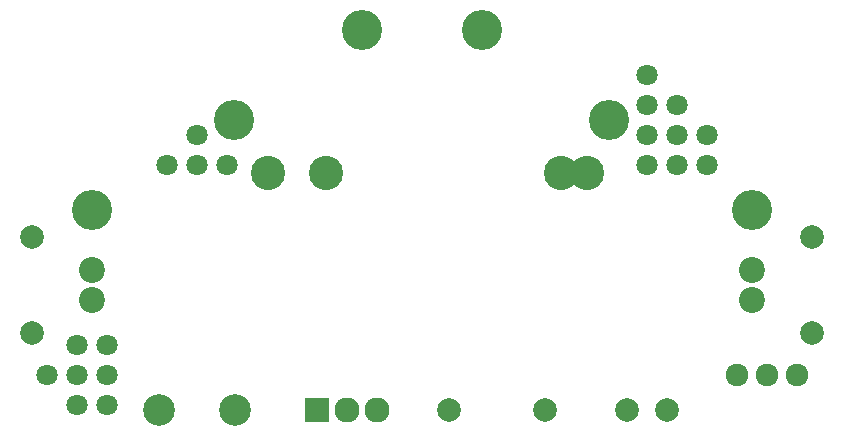
<source format=gbs>
G04 #@! TF.FileFunction,Soldermask,Bot*
%FSLAX46Y46*%
G04 Gerber Fmt 4.6, Leading zero omitted, Abs format (unit mm)*
G04 Created by KiCad (PCBNEW 4.0.7-e2-6376~58~ubuntu16.04.1) date Tue Oct 17 16:23:07 2017*
%MOMM*%
%LPD*%
G01*
G04 APERTURE LIST*
%ADD10C,0.101600*%
%ADD11C,2.000000*%
%ADD12C,3.400000*%
%ADD13C,2.686000*%
%ADD14C,1.800000*%
%ADD15C,1.920000*%
%ADD16R,2.127200X2.127200*%
%ADD17C,2.127200*%
%ADD18C,2.900000*%
%ADD19C,2.200000*%
G04 APERTURE END LIST*
D10*
D11*
X19050000Y-84836000D03*
X19050000Y-92964000D03*
X85090000Y-84836000D03*
X85090000Y-92964000D03*
D12*
X67945000Y-74930000D03*
X46990000Y-67310000D03*
X24130000Y-82550000D03*
X57150000Y-67310000D03*
X36195000Y-74930000D03*
X80010000Y-82550000D03*
D11*
X62484000Y-99441000D03*
X54356000Y-99441000D03*
D13*
X29768800Y-99441000D03*
X36271200Y-99441000D03*
D14*
X25400000Y-99060000D03*
X25400000Y-96520000D03*
X25400000Y-93980000D03*
X22860000Y-93980000D03*
X22860000Y-96520000D03*
X22860000Y-99060000D03*
X20320000Y-96520000D03*
X30480000Y-78740000D03*
X33020000Y-78740000D03*
X35560000Y-78740000D03*
X33020000Y-76200000D03*
X73660000Y-78740000D03*
X71120000Y-78740000D03*
X76200000Y-78740000D03*
X73660000Y-76200000D03*
X71120000Y-76200000D03*
X71120000Y-73660000D03*
X73660000Y-73660000D03*
X76200000Y-76200000D03*
X71120000Y-71120000D03*
D15*
X81280000Y-96520000D03*
X83820000Y-96520000D03*
X78740000Y-96520000D03*
D11*
X69418200Y-99441000D03*
X72821800Y-99441000D03*
D16*
X43180000Y-99441000D03*
D17*
X45720000Y-99441000D03*
X48260000Y-99441000D03*
D18*
X43970000Y-79375000D03*
X63870000Y-79375000D03*
X66070000Y-79375000D03*
X39070000Y-79375000D03*
D19*
X24130000Y-87630000D03*
X24130000Y-90170000D03*
X80010000Y-90170000D03*
X80010000Y-87630000D03*
M02*

</source>
